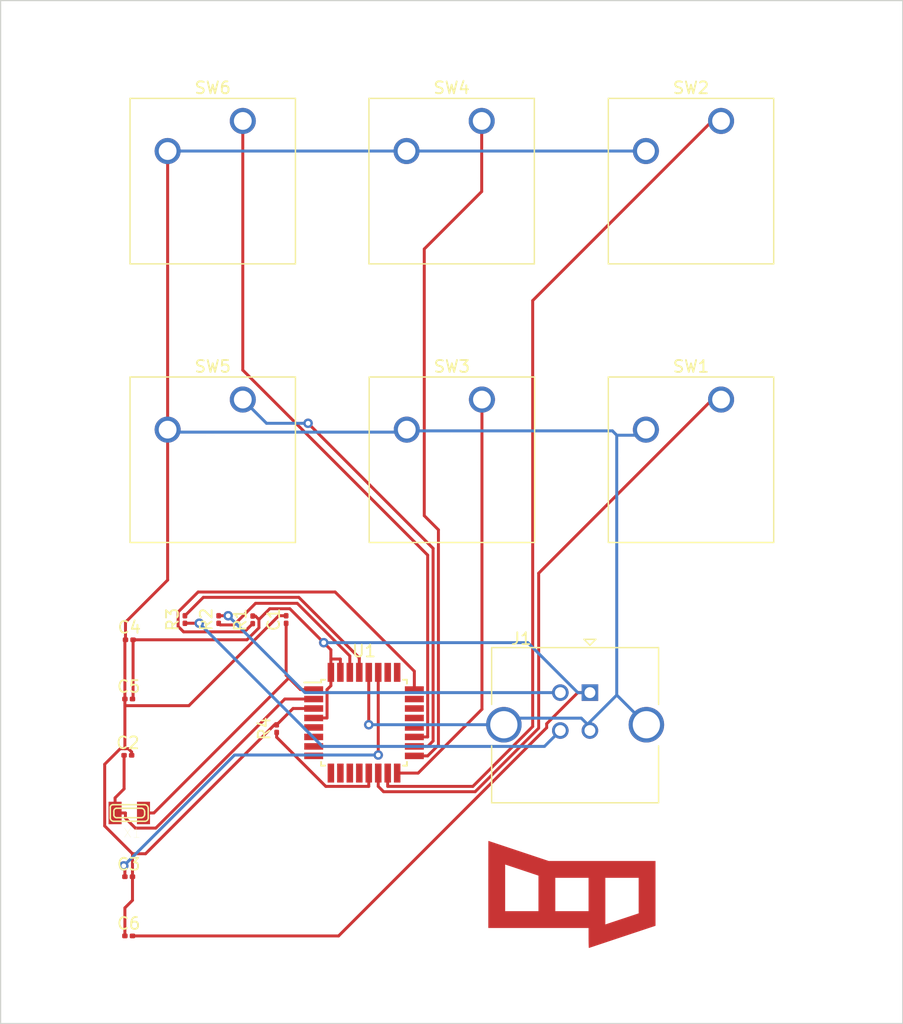
<source format=kicad_pcb>
(kicad_pcb (version 20171130) (host pcbnew 5.1.6)

  (general
    (thickness 1.6)
    (drawings 1)
    (tracks 166)
    (zones 0)
    (modules 20)
    (nets 32)
  )

  (page A4)
  (layers
    (0 F.Cu signal)
    (31 B.Cu signal)
    (32 B.Adhes user)
    (33 F.Adhes user)
    (34 B.Paste user)
    (35 F.Paste user)
    (36 B.SilkS user)
    (37 F.SilkS user)
    (38 B.Mask user)
    (39 F.Mask user)
    (40 Dwgs.User user)
    (41 Cmts.User user)
    (42 Eco1.User user)
    (43 Eco2.User user)
    (44 Edge.Cuts user)
    (45 Margin user)
    (46 B.CrtYd user)
    (47 F.CrtYd user)
    (48 B.Fab user)
    (49 F.Fab user)
  )

  (setup
    (last_trace_width 0.25)
    (trace_clearance 0.2)
    (zone_clearance 0.508)
    (zone_45_only no)
    (trace_min 0.2)
    (via_size 0.8)
    (via_drill 0.4)
    (via_min_size 0.4)
    (via_min_drill 0.3)
    (uvia_size 0.3)
    (uvia_drill 0.1)
    (uvias_allowed no)
    (uvia_min_size 0.2)
    (uvia_min_drill 0.1)
    (edge_width 0.05)
    (segment_width 0.2)
    (pcb_text_width 0.3)
    (pcb_text_size 1.5 1.5)
    (mod_edge_width 0.12)
    (mod_text_size 1 1)
    (mod_text_width 0.15)
    (pad_size 1.524 1.524)
    (pad_drill 0.762)
    (pad_to_mask_clearance 0.051)
    (solder_mask_min_width 0.25)
    (aux_axis_origin 0 0)
    (visible_elements FFFFFF7F)
    (pcbplotparams
      (layerselection 0x010fc_ffffffff)
      (usegerberextensions false)
      (usegerberattributes false)
      (usegerberadvancedattributes false)
      (creategerberjobfile false)
      (excludeedgelayer true)
      (linewidth 0.100000)
      (plotframeref false)
      (viasonmask false)
      (mode 1)
      (useauxorigin false)
      (hpglpennumber 1)
      (hpglpenspeed 20)
      (hpglpendiameter 15.000000)
      (psnegative false)
      (psa4output false)
      (plotreference true)
      (plotvalue true)
      (plotinvisibletext false)
      (padsonsilk false)
      (subtractmaskfromsilk false)
      (outputformat 1)
      (mirror false)
      (drillshape 1)
      (scaleselection 1)
      (outputdirectory ""))
  )

  (net 0 "")
  (net 1 "Net-(C1-Pad1)")
  (net 2 GND)
  (net 3 "Net-(C2-Pad1)")
  (net 4 "Net-(C3-Pad1)")
  (net 5 VCC)
  (net 6 "Net-(J1-Pad3)")
  (net 7 "Net-(J1-Pad2)")
  (net 8 "Net-(R1-Pad1)")
  (net 9 "Net-(R2-Pad1)")
  (net 10 "Net-(R3-Pad2)")
  (net 11 "Net-(R4-Pad1)")
  (net 12 "Net-(SW2-Pad1)")
  (net 13 "Net-(SW3-Pad1)")
  (net 14 "Net-(SW4-Pad1)")
  (net 15 "Net-(SW5-Pad1)")
  (net 16 "Net-(SW6-Pad1)")
  (net 17 "Net-(SW7-Pad1)")
  (net 18 "Net-(U1-Pad5)")
  (net 19 "Net-(U1-Pad6)")
  (net 20 "Net-(U1-Pad7)")
  (net 21 "Net-(U1-Pad8)")
  (net 22 "Net-(U1-Pad9)")
  (net 23 "Net-(U1-Pad10)")
  (net 24 "Net-(U1-Pad11)")
  (net 25 "Net-(U1-Pad12)")
  (net 26 "Net-(U1-Pad20)")
  (net 27 "Net-(U1-Pad21)")
  (net 28 "Net-(U1-Pad22)")
  (net 29 "Net-(U1-Pad23)")
  (net 30 "Net-(U1-Pad25)")
  (net 31 "Net-(U1-Pad26)")

  (net_class Default "This is the default net class."
    (clearance 0.2)
    (trace_width 0.25)
    (via_dia 0.8)
    (via_drill 0.4)
    (uvia_dia 0.3)
    (uvia_drill 0.1)
    (add_net GND)
    (add_net "Net-(C1-Pad1)")
    (add_net "Net-(C2-Pad1)")
    (add_net "Net-(C3-Pad1)")
    (add_net "Net-(J1-Pad2)")
    (add_net "Net-(J1-Pad3)")
    (add_net "Net-(R1-Pad1)")
    (add_net "Net-(R2-Pad1)")
    (add_net "Net-(R3-Pad2)")
    (add_net "Net-(R4-Pad1)")
    (add_net "Net-(SW2-Pad1)")
    (add_net "Net-(SW3-Pad1)")
    (add_net "Net-(SW4-Pad1)")
    (add_net "Net-(SW5-Pad1)")
    (add_net "Net-(SW6-Pad1)")
    (add_net "Net-(SW7-Pad1)")
    (add_net "Net-(U1-Pad10)")
    (add_net "Net-(U1-Pad11)")
    (add_net "Net-(U1-Pad12)")
    (add_net "Net-(U1-Pad20)")
    (add_net "Net-(U1-Pad21)")
    (add_net "Net-(U1-Pad22)")
    (add_net "Net-(U1-Pad23)")
    (add_net "Net-(U1-Pad25)")
    (add_net "Net-(U1-Pad26)")
    (add_net "Net-(U1-Pad5)")
    (add_net "Net-(U1-Pad6)")
    (add_net "Net-(U1-Pad7)")
    (add_net "Net-(U1-Pad8)")
    (add_net "Net-(U1-Pad9)")
    (add_net VCC)
  )

  (module logo:logo (layer F.Cu) (tedit 5EFF70F9) (tstamp 5EB9CFEA)
    (at 149.86 141.5)
    (fp_text reference G*** (at 0 0) (layer F.SilkS) hide
      (effects (font (size 1.524 1.524) (thickness 0.3)))
    )
    (fp_text value LOGO (at 0.75 0) (layer F.SilkS) hide
      (effects (font (size 1.524 1.524) (thickness 0.3)))
    )
    (fp_poly (pts (xy -7.021113 -4.506829) (xy -6.944052 -4.481469) (xy -6.820835 -4.440704) (xy -6.655157 -4.385761)
      (xy -6.450711 -4.317868) (xy -6.211191 -4.238253) (xy -5.940292 -4.148145) (xy -5.641707 -4.048771)
      (xy -5.31913 -3.94136) (xy -4.976255 -3.827139) (xy -4.616777 -3.707336) (xy -4.501444 -3.668889)
      (xy -1.961797 -2.822222) (xy 7.055556 -2.822222) (xy 7.055556 2.638993) (xy 4.268611 3.567293)
      (xy 3.886351 3.694631) (xy 3.51892 3.817053) (xy 3.169889 3.933366) (xy 2.842834 4.042379)
      (xy 2.541327 4.1429) (xy 2.268942 4.233737) (xy 2.029252 4.313698) (xy 1.82583 4.381592)
      (xy 1.662251 4.436226) (xy 1.542088 4.476408) (xy 1.468913 4.500947) (xy 1.446389 4.508594)
      (xy 1.435981 4.501122) (xy 1.4277 4.467001) (xy 1.421345 4.401435) (xy 1.416712 4.299624)
      (xy 1.413601 4.156772) (xy 1.411808 3.96808) (xy 1.41113 3.728751) (xy 1.411111 3.671908)
      (xy 1.411111 2.822222) (xy -7.055555 2.822222) (xy -7.055555 1.411111) (xy -5.644444 1.411111)
      (xy -2.822222 1.411111) (xy -2.822222 -1.411111) (xy -1.411111 -1.411111) (xy -1.411111 1.411111)
      (xy 1.411111 1.411111) (xy 1.411111 -1.411111) (xy 2.822222 -1.411111) (xy 2.822222 2.535228)
      (xy 4.233333 2.065067) (xy 5.644445 1.594907) (xy 5.644445 -1.411111) (xy 2.822222 -1.411111)
      (xy 1.411111 -1.411111) (xy -1.411111 -1.411111) (xy -2.822222 -1.411111) (xy -2.822222 -1.594906)
      (xy -5.644444 -2.535228) (xy -5.644444 1.411111) (xy -7.055555 1.411111) (xy -7.055555 -0.846667)
      (xy -7.055501 -1.296805) (xy -7.055342 -1.731085) (xy -7.055084 -2.146195) (xy -7.054735 -2.53882)
      (xy -7.054301 -2.905646) (xy -7.053788 -3.24336) (xy -7.053203 -3.548647) (xy -7.052553 -3.818193)
      (xy -7.051843 -4.048685) (xy -7.051081 -4.236809) (xy -7.050273 -4.379251) (xy -7.049426 -4.472697)
      (xy -7.048546 -4.513833) (xy -7.048324 -4.515555) (xy -7.021113 -4.506829)) (layer F.Cu) (width 0.01))
  )

  (module Capacitor_SMD:C_0201_0603Metric (layer F.Cu) (tedit 5B301BBE) (tstamp 5EB9A9C0)
    (at 125.72 118.29 90)
    (descr "Capacitor SMD 0201 (0603 Metric), square (rectangular) end terminal, IPC_7351 nominal, (Body size source: https://www.vishay.com/docs/20052/crcw0201e3.pdf), generated with kicad-footprint-generator")
    (tags capacitor)
    (path /5EBA0247)
    (attr smd)
    (fp_text reference C1 (at 0 -1.05 90) (layer F.SilkS)
      (effects (font (size 1 1) (thickness 0.15)))
    )
    (fp_text value C (at 0 1.05 90) (layer F.Fab)
      (effects (font (size 1 1) (thickness 0.15)))
    )
    (fp_line (start 0.7 0.35) (end -0.7 0.35) (layer F.CrtYd) (width 0.05))
    (fp_line (start 0.7 -0.35) (end 0.7 0.35) (layer F.CrtYd) (width 0.05))
    (fp_line (start -0.7 -0.35) (end 0.7 -0.35) (layer F.CrtYd) (width 0.05))
    (fp_line (start -0.7 0.35) (end -0.7 -0.35) (layer F.CrtYd) (width 0.05))
    (fp_line (start 0.3 0.15) (end -0.3 0.15) (layer F.Fab) (width 0.1))
    (fp_line (start 0.3 -0.15) (end 0.3 0.15) (layer F.Fab) (width 0.1))
    (fp_line (start -0.3 -0.15) (end 0.3 -0.15) (layer F.Fab) (width 0.1))
    (fp_line (start -0.3 0.15) (end -0.3 -0.15) (layer F.Fab) (width 0.1))
    (fp_text user %R (at 0 -0.68 90) (layer F.Fab)
      (effects (font (size 0.25 0.25) (thickness 0.04)))
    )
    (pad "" smd roundrect (at -0.345 0 90) (size 0.318 0.36) (layers F.Paste) (roundrect_rratio 0.25))
    (pad "" smd roundrect (at 0.345 0 90) (size 0.318 0.36) (layers F.Paste) (roundrect_rratio 0.25))
    (pad 1 smd roundrect (at -0.32 0 90) (size 0.46 0.4) (layers F.Cu F.Mask) (roundrect_rratio 0.25)
      (net 1 "Net-(C1-Pad1)"))
    (pad 2 smd roundrect (at 0.32 0 90) (size 0.46 0.4) (layers F.Cu F.Mask) (roundrect_rratio 0.25)
      (net 2 GND))
    (model ${KISYS3DMOD}/Capacitor_SMD.3dshapes/C_0201_0603Metric.wrl
      (at (xyz 0 0 0))
      (scale (xyz 1 1 1))
      (rotate (xyz 0 0 0))
    )
  )

  (module Capacitor_SMD:C_0201_0603Metric (layer F.Cu) (tedit 5B301BBE) (tstamp 5EB9AB52)
    (at 112.35 129.75)
    (descr "Capacitor SMD 0201 (0603 Metric), square (rectangular) end terminal, IPC_7351 nominal, (Body size source: https://www.vishay.com/docs/20052/crcw0201e3.pdf), generated with kicad-footprint-generator")
    (tags capacitor)
    (path /5EBA8BF4)
    (attr smd)
    (fp_text reference C2 (at 0 -1.05) (layer F.SilkS)
      (effects (font (size 1 1) (thickness 0.15)))
    )
    (fp_text value C (at 0 1.05) (layer F.Fab)
      (effects (font (size 1 1) (thickness 0.15)))
    )
    (fp_line (start -0.3 0.15) (end -0.3 -0.15) (layer F.Fab) (width 0.1))
    (fp_line (start -0.3 -0.15) (end 0.3 -0.15) (layer F.Fab) (width 0.1))
    (fp_line (start 0.3 -0.15) (end 0.3 0.15) (layer F.Fab) (width 0.1))
    (fp_line (start 0.3 0.15) (end -0.3 0.15) (layer F.Fab) (width 0.1))
    (fp_line (start -0.7 0.35) (end -0.7 -0.35) (layer F.CrtYd) (width 0.05))
    (fp_line (start -0.7 -0.35) (end 0.7 -0.35) (layer F.CrtYd) (width 0.05))
    (fp_line (start 0.7 -0.35) (end 0.7 0.35) (layer F.CrtYd) (width 0.05))
    (fp_line (start 0.7 0.35) (end -0.7 0.35) (layer F.CrtYd) (width 0.05))
    (fp_text user %R (at 0 -0.68) (layer F.Fab)
      (effects (font (size 0.25 0.25) (thickness 0.04)))
    )
    (pad 2 smd roundrect (at 0.32 0) (size 0.46 0.4) (layers F.Cu F.Mask) (roundrect_rratio 0.25)
      (net 2 GND))
    (pad 1 smd roundrect (at -0.32 0) (size 0.46 0.4) (layers F.Cu F.Mask) (roundrect_rratio 0.25)
      (net 3 "Net-(C2-Pad1)"))
    (pad "" smd roundrect (at 0.345 0) (size 0.318 0.36) (layers F.Paste) (roundrect_rratio 0.25))
    (pad "" smd roundrect (at -0.345 0) (size 0.318 0.36) (layers F.Paste) (roundrect_rratio 0.25))
    (model ${KISYS3DMOD}/Capacitor_SMD.3dshapes/C_0201_0603Metric.wrl
      (at (xyz 0 0 0))
      (scale (xyz 1 1 1))
      (rotate (xyz 0 0 0))
    )
  )

  (module Capacitor_SMD:C_0201_0603Metric (layer F.Cu) (tedit 5B301BBE) (tstamp 5EB9AC73)
    (at 112.42 140)
    (descr "Capacitor SMD 0201 (0603 Metric), square (rectangular) end terminal, IPC_7351 nominal, (Body size source: https://www.vishay.com/docs/20052/crcw0201e3.pdf), generated with kicad-footprint-generator")
    (tags capacitor)
    (path /5EBEE404)
    (attr smd)
    (fp_text reference C3 (at 0 -1.05) (layer F.SilkS)
      (effects (font (size 1 1) (thickness 0.15)))
    )
    (fp_text value C (at 0 1.05) (layer F.Fab)
      (effects (font (size 1 1) (thickness 0.15)))
    )
    (fp_line (start 0.7 0.35) (end -0.7 0.35) (layer F.CrtYd) (width 0.05))
    (fp_line (start 0.7 -0.35) (end 0.7 0.35) (layer F.CrtYd) (width 0.05))
    (fp_line (start -0.7 -0.35) (end 0.7 -0.35) (layer F.CrtYd) (width 0.05))
    (fp_line (start -0.7 0.35) (end -0.7 -0.35) (layer F.CrtYd) (width 0.05))
    (fp_line (start 0.3 0.15) (end -0.3 0.15) (layer F.Fab) (width 0.1))
    (fp_line (start 0.3 -0.15) (end 0.3 0.15) (layer F.Fab) (width 0.1))
    (fp_line (start -0.3 -0.15) (end 0.3 -0.15) (layer F.Fab) (width 0.1))
    (fp_line (start -0.3 0.15) (end -0.3 -0.15) (layer F.Fab) (width 0.1))
    (fp_text user %R (at 0 -0.68) (layer F.Fab)
      (effects (font (size 0.25 0.25) (thickness 0.04)))
    )
    (pad "" smd roundrect (at -0.345 0) (size 0.318 0.36) (layers F.Paste) (roundrect_rratio 0.25))
    (pad "" smd roundrect (at 0.345 0) (size 0.318 0.36) (layers F.Paste) (roundrect_rratio 0.25))
    (pad 1 smd roundrect (at -0.32 0) (size 0.46 0.4) (layers F.Cu F.Mask) (roundrect_rratio 0.25)
      (net 4 "Net-(C3-Pad1)"))
    (pad 2 smd roundrect (at 0.32 0) (size 0.46 0.4) (layers F.Cu F.Mask) (roundrect_rratio 0.25)
      (net 2 GND))
    (model ${KISYS3DMOD}/Capacitor_SMD.3dshapes/C_0201_0603Metric.wrl
      (at (xyz 0 0 0))
      (scale (xyz 1 1 1))
      (rotate (xyz 0 0 0))
    )
  )

  (module Capacitor_SMD:C_0201_0603Metric (layer F.Cu) (tedit 5B301BBE) (tstamp 5EB9A897)
    (at 112.47 120)
    (descr "Capacitor SMD 0201 (0603 Metric), square (rectangular) end terminal, IPC_7351 nominal, (Body size source: https://www.vishay.com/docs/20052/crcw0201e3.pdf), generated with kicad-footprint-generator")
    (tags capacitor)
    (path /5EBFD6C2)
    (attr smd)
    (fp_text reference C4 (at 0 -1.05) (layer F.SilkS)
      (effects (font (size 1 1) (thickness 0.15)))
    )
    (fp_text value C (at 0 1.05) (layer F.Fab)
      (effects (font (size 1 1) (thickness 0.15)))
    )
    (fp_line (start -0.3 0.15) (end -0.3 -0.15) (layer F.Fab) (width 0.1))
    (fp_line (start -0.3 -0.15) (end 0.3 -0.15) (layer F.Fab) (width 0.1))
    (fp_line (start 0.3 -0.15) (end 0.3 0.15) (layer F.Fab) (width 0.1))
    (fp_line (start 0.3 0.15) (end -0.3 0.15) (layer F.Fab) (width 0.1))
    (fp_line (start -0.7 0.35) (end -0.7 -0.35) (layer F.CrtYd) (width 0.05))
    (fp_line (start -0.7 -0.35) (end 0.7 -0.35) (layer F.CrtYd) (width 0.05))
    (fp_line (start 0.7 -0.35) (end 0.7 0.35) (layer F.CrtYd) (width 0.05))
    (fp_line (start 0.7 0.35) (end -0.7 0.35) (layer F.CrtYd) (width 0.05))
    (fp_text user %R (at 0 -0.68) (layer F.Fab)
      (effects (font (size 0.25 0.25) (thickness 0.04)))
    )
    (pad 2 smd roundrect (at 0.32 0) (size 0.46 0.4) (layers F.Cu F.Mask) (roundrect_rratio 0.25)
      (net 5 VCC))
    (pad 1 smd roundrect (at -0.32 0) (size 0.46 0.4) (layers F.Cu F.Mask) (roundrect_rratio 0.25)
      (net 2 GND))
    (pad "" smd roundrect (at 0.345 0) (size 0.318 0.36) (layers F.Paste) (roundrect_rratio 0.25))
    (pad "" smd roundrect (at -0.345 0) (size 0.318 0.36) (layers F.Paste) (roundrect_rratio 0.25))
    (model ${KISYS3DMOD}/Capacitor_SMD.3dshapes/C_0201_0603Metric.wrl
      (at (xyz 0 0 0))
      (scale (xyz 1 1 1))
      (rotate (xyz 0 0 0))
    )
  )

  (module Capacitor_SMD:C_0201_0603Metric (layer F.Cu) (tedit 5B301BBE) (tstamp 5EB9AA20)
    (at 112.42 125)
    (descr "Capacitor SMD 0201 (0603 Metric), square (rectangular) end terminal, IPC_7351 nominal, (Body size source: https://www.vishay.com/docs/20052/crcw0201e3.pdf), generated with kicad-footprint-generator")
    (tags capacitor)
    (path /5EC005D9)
    (attr smd)
    (fp_text reference C5 (at 0 -1.05) (layer F.SilkS)
      (effects (font (size 1 1) (thickness 0.15)))
    )
    (fp_text value C (at 0 1.05) (layer F.Fab)
      (effects (font (size 1 1) (thickness 0.15)))
    )
    (fp_line (start 0.7 0.35) (end -0.7 0.35) (layer F.CrtYd) (width 0.05))
    (fp_line (start 0.7 -0.35) (end 0.7 0.35) (layer F.CrtYd) (width 0.05))
    (fp_line (start -0.7 -0.35) (end 0.7 -0.35) (layer F.CrtYd) (width 0.05))
    (fp_line (start -0.7 0.35) (end -0.7 -0.35) (layer F.CrtYd) (width 0.05))
    (fp_line (start 0.3 0.15) (end -0.3 0.15) (layer F.Fab) (width 0.1))
    (fp_line (start 0.3 -0.15) (end 0.3 0.15) (layer F.Fab) (width 0.1))
    (fp_line (start -0.3 -0.15) (end 0.3 -0.15) (layer F.Fab) (width 0.1))
    (fp_line (start -0.3 0.15) (end -0.3 -0.15) (layer F.Fab) (width 0.1))
    (fp_text user %R (at 0 -0.68) (layer F.Fab)
      (effects (font (size 0.25 0.25) (thickness 0.04)))
    )
    (pad "" smd roundrect (at -0.345 0) (size 0.318 0.36) (layers F.Paste) (roundrect_rratio 0.25))
    (pad "" smd roundrect (at 0.345 0) (size 0.318 0.36) (layers F.Paste) (roundrect_rratio 0.25))
    (pad 1 smd roundrect (at -0.32 0) (size 0.46 0.4) (layers F.Cu F.Mask) (roundrect_rratio 0.25)
      (net 2 GND))
    (pad 2 smd roundrect (at 0.32 0) (size 0.46 0.4) (layers F.Cu F.Mask) (roundrect_rratio 0.25)
      (net 5 VCC))
    (model ${KISYS3DMOD}/Capacitor_SMD.3dshapes/C_0201_0603Metric.wrl
      (at (xyz 0 0 0))
      (scale (xyz 1 1 1))
      (rotate (xyz 0 0 0))
    )
  )

  (module Capacitor_SMD:C_0201_0603Metric (layer F.Cu) (tedit 5B301BBE) (tstamp 5EB9A837)
    (at 112.42 145)
    (descr "Capacitor SMD 0201 (0603 Metric), square (rectangular) end terminal, IPC_7351 nominal, (Body size source: https://www.vishay.com/docs/20052/crcw0201e3.pdf), generated with kicad-footprint-generator")
    (tags capacitor)
    (path /5EC0071F)
    (attr smd)
    (fp_text reference C6 (at 0 -1.05) (layer F.SilkS)
      (effects (font (size 1 1) (thickness 0.15)))
    )
    (fp_text value C (at 0 1.05) (layer F.Fab)
      (effects (font (size 1 1) (thickness 0.15)))
    )
    (fp_line (start -0.3 0.15) (end -0.3 -0.15) (layer F.Fab) (width 0.1))
    (fp_line (start -0.3 -0.15) (end 0.3 -0.15) (layer F.Fab) (width 0.1))
    (fp_line (start 0.3 -0.15) (end 0.3 0.15) (layer F.Fab) (width 0.1))
    (fp_line (start 0.3 0.15) (end -0.3 0.15) (layer F.Fab) (width 0.1))
    (fp_line (start -0.7 0.35) (end -0.7 -0.35) (layer F.CrtYd) (width 0.05))
    (fp_line (start -0.7 -0.35) (end 0.7 -0.35) (layer F.CrtYd) (width 0.05))
    (fp_line (start 0.7 -0.35) (end 0.7 0.35) (layer F.CrtYd) (width 0.05))
    (fp_line (start 0.7 0.35) (end -0.7 0.35) (layer F.CrtYd) (width 0.05))
    (fp_text user %R (at 0 -0.68) (layer F.Fab)
      (effects (font (size 0.25 0.25) (thickness 0.04)))
    )
    (pad 2 smd roundrect (at 0.32 0) (size 0.46 0.4) (layers F.Cu F.Mask) (roundrect_rratio 0.25)
      (net 5 VCC))
    (pad 1 smd roundrect (at -0.32 0) (size 0.46 0.4) (layers F.Cu F.Mask) (roundrect_rratio 0.25)
      (net 2 GND))
    (pad "" smd roundrect (at 0.345 0) (size 0.318 0.36) (layers F.Paste) (roundrect_rratio 0.25))
    (pad "" smd roundrect (at -0.345 0) (size 0.318 0.36) (layers F.Paste) (roundrect_rratio 0.25))
    (model ${KISYS3DMOD}/Capacitor_SMD.3dshapes/C_0201_0603Metric.wrl
      (at (xyz 0 0 0))
      (scale (xyz 1 1 1))
      (rotate (xyz 0 0 0))
    )
  )

  (module Connector_USB:USB_B_TE_5787834_Vertical (layer F.Cu) (tedit 5A23F084) (tstamp 5EB9D653)
    (at 151.38 124.46)
    (descr http://www.mouser.com/ds/2/418/NG_CD_5787834_A4-669110.pdf)
    (tags "USB_B USB B vertical female connector")
    (path /5EB83798)
    (fp_text reference J1 (at -5.8 -4.55) (layer F.SilkS)
      (effects (font (size 1 1) (thickness 0.15)))
    )
    (fp_text value USB_B (at -1.25 10.25) (layer F.Fab)
      (effects (font (size 1 1) (thickness 0.15)))
    )
    (fp_line (start 6.5 9.5) (end -9 9.5) (layer F.CrtYd) (width 0.05))
    (fp_line (start 6.5 9.5) (end 6.5 -4) (layer F.CrtYd) (width 0.05))
    (fp_line (start -9 -4) (end -9 9.5) (layer F.CrtYd) (width 0.05))
    (fp_line (start -9 -4) (end 6.5 -4) (layer F.CrtYd) (width 0.05))
    (fp_line (start -8.25 9.25) (end -8.25 -3.75) (layer F.Fab) (width 0.1))
    (fp_line (start 5.75 9.25) (end -8.25 9.25) (layer F.Fab) (width 0.1))
    (fp_line (start 5.75 -3) (end 5.75 9.25) (layer F.Fab) (width 0.1))
    (fp_line (start -8.25 -3.75) (end 5 -3.75) (layer F.Fab) (width 0.1))
    (fp_line (start 5 -3.75) (end 5.75 -3) (layer F.Fab) (width 0.1))
    (fp_line (start 0 -4) (end 0.5 -4.5) (layer F.SilkS) (width 0.12))
    (fp_line (start 0.5 -4.5) (end -0.5 -4.5) (layer F.SilkS) (width 0.12))
    (fp_line (start -0.5 -4.5) (end 0 -4) (layer F.SilkS) (width 0.12))
    (fp_line (start -8.3 -3.8) (end 5.8 -3.8) (layer F.SilkS) (width 0.12))
    (fp_line (start 5.8 -3.8) (end 5.8 1) (layer F.SilkS) (width 0.12))
    (fp_line (start 5.8 4.5) (end 5.8 9.3) (layer F.SilkS) (width 0.12))
    (fp_line (start 5.8 9.3) (end -8.3 9.3) (layer F.SilkS) (width 0.12))
    (fp_line (start -8.3 9.3) (end -8.3 4.5) (layer F.SilkS) (width 0.12))
    (fp_line (start -8.3 1) (end -8.3 -3.8) (layer F.SilkS) (width 0.12))
    (fp_text user %R (at -1.2 6.4) (layer F.Fab)
      (effects (font (size 1 1) (thickness 0.15)))
    )
    (pad 5 thru_hole circle (at 4.77 2.71) (size 3 3) (drill 2.3) (layers *.Cu *.Mask)
      (net 2 GND))
    (pad 4 thru_hole circle (at 0 3.2) (size 1.4 1.4) (drill 0.92) (layers *.Cu *.Mask)
      (net 2 GND))
    (pad 3 thru_hole circle (at -2.5 3.2) (size 1.4 1.4) (drill 0.92) (layers *.Cu *.Mask)
      (net 6 "Net-(J1-Pad3)"))
    (pad 1 thru_hole rect (at 0 0) (size 1.4 1.4) (drill 0.92) (layers *.Cu *.Mask)
      (net 5 VCC))
    (pad 5 thru_hole circle (at -7.27 2.71) (size 3 3) (drill 2.3) (layers *.Cu *.Mask)
      (net 2 GND))
    (pad 2 thru_hole circle (at -2.5 0) (size 1.4 1.4) (drill 0.92) (layers *.Cu *.Mask)
      (net 7 "Net-(J1-Pad2)"))
    (model ${KISYS3DMOD}/Connector_USB.3dshapes/USB_B_TE_5787834_Vertical.wrl
      (at (xyz 0 0 0))
      (scale (xyz 1 1 1))
      (rotate (xyz 0 0 0))
    )
  )

  (module Resistor_SMD:R_0201_0603Metric (layer F.Cu) (tedit 5B301BBD) (tstamp 5EB98F70)
    (at 122.895 118.315 90)
    (descr "Resistor SMD 0201 (0603 Metric), square (rectangular) end terminal, IPC_7351 nominal, (Body size source: https://www.vishay.com/docs/20052/crcw0201e3.pdf), generated with kicad-footprint-generator")
    (tags resistor)
    (path /5EBDAFCC)
    (attr smd)
    (fp_text reference R1 (at 0 -1.05 90) (layer F.SilkS)
      (effects (font (size 1 1) (thickness 0.15)))
    )
    (fp_text value R (at 0 1.05 90) (layer F.Fab)
      (effects (font (size 1 1) (thickness 0.15)))
    )
    (fp_line (start -0.3 0.15) (end -0.3 -0.15) (layer F.Fab) (width 0.1))
    (fp_line (start -0.3 -0.15) (end 0.3 -0.15) (layer F.Fab) (width 0.1))
    (fp_line (start 0.3 -0.15) (end 0.3 0.15) (layer F.Fab) (width 0.1))
    (fp_line (start 0.3 0.15) (end -0.3 0.15) (layer F.Fab) (width 0.1))
    (fp_line (start -0.7 0.35) (end -0.7 -0.35) (layer F.CrtYd) (width 0.05))
    (fp_line (start -0.7 -0.35) (end 0.7 -0.35) (layer F.CrtYd) (width 0.05))
    (fp_line (start 0.7 -0.35) (end 0.7 0.35) (layer F.CrtYd) (width 0.05))
    (fp_line (start 0.7 0.35) (end -0.7 0.35) (layer F.CrtYd) (width 0.05))
    (fp_text user %R (at 0 -0.68 90) (layer F.Fab)
      (effects (font (size 0.25 0.25) (thickness 0.04)))
    )
    (pad 2 smd roundrect (at 0.32 0 90) (size 0.46 0.4) (layers F.Cu F.Mask) (roundrect_rratio 0.25)
      (net 5 VCC))
    (pad 1 smd roundrect (at -0.32 0 90) (size 0.46 0.4) (layers F.Cu F.Mask) (roundrect_rratio 0.25)
      (net 8 "Net-(R1-Pad1)"))
    (pad "" smd roundrect (at 0.345 0 90) (size 0.318 0.36) (layers F.Paste) (roundrect_rratio 0.25))
    (pad "" smd roundrect (at -0.345 0 90) (size 0.318 0.36) (layers F.Paste) (roundrect_rratio 0.25))
    (model ${KISYS3DMOD}/Resistor_SMD.3dshapes/R_0201_0603Metric.wrl
      (at (xyz 0 0 0))
      (scale (xyz 1 1 1))
      (rotate (xyz 0 0 0))
    )
  )

  (module Resistor_SMD:R_0201_0603Metric (layer F.Cu) (tedit 5B301BBD) (tstamp 5EB9A0D7)
    (at 120.02 118.29 90)
    (descr "Resistor SMD 0201 (0603 Metric), square (rectangular) end terminal, IPC_7351 nominal, (Body size source: https://www.vishay.com/docs/20052/crcw0201e3.pdf), generated with kicad-footprint-generator")
    (tags resistor)
    (path /5EBCD1A8)
    (attr smd)
    (fp_text reference R2 (at 0 -1.05 90) (layer F.SilkS)
      (effects (font (size 1 1) (thickness 0.15)))
    )
    (fp_text value R (at 0 1.05 90) (layer F.Fab)
      (effects (font (size 1 1) (thickness 0.15)))
    )
    (fp_line (start 0.7 0.35) (end -0.7 0.35) (layer F.CrtYd) (width 0.05))
    (fp_line (start 0.7 -0.35) (end 0.7 0.35) (layer F.CrtYd) (width 0.05))
    (fp_line (start -0.7 -0.35) (end 0.7 -0.35) (layer F.CrtYd) (width 0.05))
    (fp_line (start -0.7 0.35) (end -0.7 -0.35) (layer F.CrtYd) (width 0.05))
    (fp_line (start 0.3 0.15) (end -0.3 0.15) (layer F.Fab) (width 0.1))
    (fp_line (start 0.3 -0.15) (end 0.3 0.15) (layer F.Fab) (width 0.1))
    (fp_line (start -0.3 -0.15) (end 0.3 -0.15) (layer F.Fab) (width 0.1))
    (fp_line (start -0.3 0.15) (end -0.3 -0.15) (layer F.Fab) (width 0.1))
    (fp_text user %R (at 0 -0.68 90) (layer F.Fab)
      (effects (font (size 0.25 0.25) (thickness 0.04)))
    )
    (pad "" smd roundrect (at -0.345 0 90) (size 0.318 0.36) (layers F.Paste) (roundrect_rratio 0.25))
    (pad "" smd roundrect (at 0.345 0 90) (size 0.318 0.36) (layers F.Paste) (roundrect_rratio 0.25))
    (pad 1 smd roundrect (at -0.32 0 90) (size 0.46 0.4) (layers F.Cu F.Mask) (roundrect_rratio 0.25)
      (net 9 "Net-(R2-Pad1)"))
    (pad 2 smd roundrect (at 0.32 0 90) (size 0.46 0.4) (layers F.Cu F.Mask) (roundrect_rratio 0.25)
      (net 7 "Net-(J1-Pad2)"))
    (model ${KISYS3DMOD}/Resistor_SMD.3dshapes/R_0201_0603Metric.wrl
      (at (xyz 0 0 0))
      (scale (xyz 1 1 1))
      (rotate (xyz 0 0 0))
    )
  )

  (module Resistor_SMD:R_0201_0603Metric (layer F.Cu) (tedit 5B301BBD) (tstamp 5EB99E3E)
    (at 117.17 118.29 90)
    (descr "Resistor SMD 0201 (0603 Metric), square (rectangular) end terminal, IPC_7351 nominal, (Body size source: https://www.vishay.com/docs/20052/crcw0201e3.pdf), generated with kicad-footprint-generator")
    (tags resistor)
    (path /5EBC9B8C)
    (attr smd)
    (fp_text reference R3 (at 0 -1.05 90) (layer F.SilkS)
      (effects (font (size 1 1) (thickness 0.15)))
    )
    (fp_text value R (at 0 1.05 90) (layer F.Fab)
      (effects (font (size 1 1) (thickness 0.15)))
    )
    (fp_line (start -0.3 0.15) (end -0.3 -0.15) (layer F.Fab) (width 0.1))
    (fp_line (start -0.3 -0.15) (end 0.3 -0.15) (layer F.Fab) (width 0.1))
    (fp_line (start 0.3 -0.15) (end 0.3 0.15) (layer F.Fab) (width 0.1))
    (fp_line (start 0.3 0.15) (end -0.3 0.15) (layer F.Fab) (width 0.1))
    (fp_line (start -0.7 0.35) (end -0.7 -0.35) (layer F.CrtYd) (width 0.05))
    (fp_line (start -0.7 -0.35) (end 0.7 -0.35) (layer F.CrtYd) (width 0.05))
    (fp_line (start 0.7 -0.35) (end 0.7 0.35) (layer F.CrtYd) (width 0.05))
    (fp_line (start 0.7 0.35) (end -0.7 0.35) (layer F.CrtYd) (width 0.05))
    (fp_text user %R (at 0 -0.68 90) (layer F.Fab)
      (effects (font (size 0.25 0.25) (thickness 0.04)))
    )
    (pad 2 smd roundrect (at 0.32 0 90) (size 0.46 0.4) (layers F.Cu F.Mask) (roundrect_rratio 0.25)
      (net 10 "Net-(R3-Pad2)"))
    (pad 1 smd roundrect (at -0.32 0 90) (size 0.46 0.4) (layers F.Cu F.Mask) (roundrect_rratio 0.25)
      (net 6 "Net-(J1-Pad3)"))
    (pad "" smd roundrect (at 0.345 0 90) (size 0.318 0.36) (layers F.Paste) (roundrect_rratio 0.25))
    (pad "" smd roundrect (at -0.345 0 90) (size 0.318 0.36) (layers F.Paste) (roundrect_rratio 0.25))
    (model ${KISYS3DMOD}/Resistor_SMD.3dshapes/R_0201_0603Metric.wrl
      (at (xyz 0 0 0))
      (scale (xyz 1 1 1))
      (rotate (xyz 0 0 0))
    )
  )

  (module Resistor_SMD:R_0201_0603Metric (layer F.Cu) (tedit 5B301BBD) (tstamp 5EB9A768)
    (at 124.92 127.5 90)
    (descr "Resistor SMD 0201 (0603 Metric), square (rectangular) end terminal, IPC_7351 nominal, (Body size source: https://www.vishay.com/docs/20052/crcw0201e3.pdf), generated with kicad-footprint-generator")
    (tags resistor)
    (path /5EC0FD91)
    (attr smd)
    (fp_text reference R4 (at 0 -1.05 90) (layer F.SilkS)
      (effects (font (size 1 1) (thickness 0.15)))
    )
    (fp_text value R (at 0 1.05 90) (layer F.Fab)
      (effects (font (size 1 1) (thickness 0.15)))
    )
    (fp_line (start 0.7 0.35) (end -0.7 0.35) (layer F.CrtYd) (width 0.05))
    (fp_line (start 0.7 -0.35) (end 0.7 0.35) (layer F.CrtYd) (width 0.05))
    (fp_line (start -0.7 -0.35) (end 0.7 -0.35) (layer F.CrtYd) (width 0.05))
    (fp_line (start -0.7 0.35) (end -0.7 -0.35) (layer F.CrtYd) (width 0.05))
    (fp_line (start 0.3 0.15) (end -0.3 0.15) (layer F.Fab) (width 0.1))
    (fp_line (start 0.3 -0.15) (end 0.3 0.15) (layer F.Fab) (width 0.1))
    (fp_line (start -0.3 -0.15) (end 0.3 -0.15) (layer F.Fab) (width 0.1))
    (fp_line (start -0.3 0.15) (end -0.3 -0.15) (layer F.Fab) (width 0.1))
    (fp_text user %R (at 0 -0.68 90) (layer F.Fab)
      (effects (font (size 0.25 0.25) (thickness 0.04)))
    )
    (pad "" smd roundrect (at -0.345 0 90) (size 0.318 0.36) (layers F.Paste) (roundrect_rratio 0.25))
    (pad "" smd roundrect (at 0.345 0 90) (size 0.318 0.36) (layers F.Paste) (roundrect_rratio 0.25))
    (pad 1 smd roundrect (at -0.32 0 90) (size 0.46 0.4) (layers F.Cu F.Mask) (roundrect_rratio 0.25)
      (net 11 "Net-(R4-Pad1)"))
    (pad 2 smd roundrect (at 0.32 0 90) (size 0.46 0.4) (layers F.Cu F.Mask) (roundrect_rratio 0.25)
      (net 2 GND))
    (model ${KISYS3DMOD}/Resistor_SMD.3dshapes/R_0201_0603Metric.wrl
      (at (xyz 0 0 0))
      (scale (xyz 1 1 1))
      (rotate (xyz 0 0 0))
    )
  )

  (module Button_Switch_Keyboard:SW_Cherry_MX_1.00u_PCB (layer F.Cu) (tedit 5A02FE24) (tstamp 5EB98FD7)
    (at 162.46 99.72)
    (descr "Cherry MX keyswitch, 1.00u, PCB mount, http://cherryamericas.com/wp-content/uploads/2014/12/mx_cat.pdf")
    (tags "Cherry MX keyswitch 1.00u PCB")
    (path /5EB85ED2)
    (fp_text reference SW1 (at -2.54 -2.794) (layer F.SilkS)
      (effects (font (size 1 1) (thickness 0.15)))
    )
    (fp_text value SW_SPST (at -2.54 12.954) (layer F.Fab)
      (effects (font (size 1 1) (thickness 0.15)))
    )
    (fp_line (start -8.89 -1.27) (end 3.81 -1.27) (layer F.Fab) (width 0.1))
    (fp_line (start 3.81 -1.27) (end 3.81 11.43) (layer F.Fab) (width 0.1))
    (fp_line (start 3.81 11.43) (end -8.89 11.43) (layer F.Fab) (width 0.1))
    (fp_line (start -8.89 11.43) (end -8.89 -1.27) (layer F.Fab) (width 0.1))
    (fp_line (start -9.14 11.68) (end -9.14 -1.52) (layer F.CrtYd) (width 0.05))
    (fp_line (start 4.06 11.68) (end -9.14 11.68) (layer F.CrtYd) (width 0.05))
    (fp_line (start 4.06 -1.52) (end 4.06 11.68) (layer F.CrtYd) (width 0.05))
    (fp_line (start -9.14 -1.52) (end 4.06 -1.52) (layer F.CrtYd) (width 0.05))
    (fp_line (start -12.065 -4.445) (end 6.985 -4.445) (layer Dwgs.User) (width 0.15))
    (fp_line (start 6.985 -4.445) (end 6.985 14.605) (layer Dwgs.User) (width 0.15))
    (fp_line (start 6.985 14.605) (end -12.065 14.605) (layer Dwgs.User) (width 0.15))
    (fp_line (start -12.065 14.605) (end -12.065 -4.445) (layer Dwgs.User) (width 0.15))
    (fp_line (start -9.525 -1.905) (end 4.445 -1.905) (layer F.SilkS) (width 0.12))
    (fp_line (start 4.445 -1.905) (end 4.445 12.065) (layer F.SilkS) (width 0.12))
    (fp_line (start 4.445 12.065) (end -9.525 12.065) (layer F.SilkS) (width 0.12))
    (fp_line (start -9.525 12.065) (end -9.525 -1.905) (layer F.SilkS) (width 0.12))
    (fp_text user %R (at -2.54 -2.794) (layer F.Fab)
      (effects (font (size 1 1) (thickness 0.15)))
    )
    (pad "" np_thru_hole circle (at 2.54 5.08) (size 1.7 1.7) (drill 1.7) (layers *.Cu *.Mask))
    (pad "" np_thru_hole circle (at -7.62 5.08) (size 1.7 1.7) (drill 1.7) (layers *.Cu *.Mask))
    (pad "" np_thru_hole circle (at -2.54 5.08) (size 4 4) (drill 4) (layers *.Cu *.Mask))
    (pad 2 thru_hole circle (at -6.35 2.54) (size 2.2 2.2) (drill 1.5) (layers *.Cu *.Mask)
      (net 2 GND))
    (pad 1 thru_hole circle (at 0 0) (size 2.2 2.2) (drill 1.5) (layers *.Cu *.Mask)
      (net 12 "Net-(SW2-Pad1)"))
    (model ${KISYS3DMOD}/Button_Switch_Keyboard.3dshapes/SW_Cherry_MX_1.00u_PCB.wrl
      (at (xyz 0 0 0))
      (scale (xyz 1 1 1))
      (rotate (xyz 0 0 0))
    )
  )

  (module Button_Switch_Keyboard:SW_Cherry_MX_1.00u_PCB (layer F.Cu) (tedit 5A02FE24) (tstamp 5EB98FF1)
    (at 162.46 76.2)
    (descr "Cherry MX keyswitch, 1.00u, PCB mount, http://cherryamericas.com/wp-content/uploads/2014/12/mx_cat.pdf")
    (tags "Cherry MX keyswitch 1.00u PCB")
    (path /5EB88D8F)
    (fp_text reference SW2 (at -2.54 -2.794) (layer F.SilkS)
      (effects (font (size 1 1) (thickness 0.15)))
    )
    (fp_text value SW_SPST (at -2.54 12.954) (layer F.Fab)
      (effects (font (size 1 1) (thickness 0.15)))
    )
    (fp_line (start -9.525 12.065) (end -9.525 -1.905) (layer F.SilkS) (width 0.12))
    (fp_line (start 4.445 12.065) (end -9.525 12.065) (layer F.SilkS) (width 0.12))
    (fp_line (start 4.445 -1.905) (end 4.445 12.065) (layer F.SilkS) (width 0.12))
    (fp_line (start -9.525 -1.905) (end 4.445 -1.905) (layer F.SilkS) (width 0.12))
    (fp_line (start -12.065 14.605) (end -12.065 -4.445) (layer Dwgs.User) (width 0.15))
    (fp_line (start 6.985 14.605) (end -12.065 14.605) (layer Dwgs.User) (width 0.15))
    (fp_line (start 6.985 -4.445) (end 6.985 14.605) (layer Dwgs.User) (width 0.15))
    (fp_line (start -12.065 -4.445) (end 6.985 -4.445) (layer Dwgs.User) (width 0.15))
    (fp_line (start -9.14 -1.52) (end 4.06 -1.52) (layer F.CrtYd) (width 0.05))
    (fp_line (start 4.06 -1.52) (end 4.06 11.68) (layer F.CrtYd) (width 0.05))
    (fp_line (start 4.06 11.68) (end -9.14 11.68) (layer F.CrtYd) (width 0.05))
    (fp_line (start -9.14 11.68) (end -9.14 -1.52) (layer F.CrtYd) (width 0.05))
    (fp_line (start -8.89 11.43) (end -8.89 -1.27) (layer F.Fab) (width 0.1))
    (fp_line (start 3.81 11.43) (end -8.89 11.43) (layer F.Fab) (width 0.1))
    (fp_line (start 3.81 -1.27) (end 3.81 11.43) (layer F.Fab) (width 0.1))
    (fp_line (start -8.89 -1.27) (end 3.81 -1.27) (layer F.Fab) (width 0.1))
    (fp_text user %R (at -2.54 -2.794) (layer F.Fab)
      (effects (font (size 1 1) (thickness 0.15)))
    )
    (pad 1 thru_hole circle (at 0 0) (size 2.2 2.2) (drill 1.5) (layers *.Cu *.Mask)
      (net 13 "Net-(SW3-Pad1)"))
    (pad 2 thru_hole circle (at -6.35 2.54) (size 2.2 2.2) (drill 1.5) (layers *.Cu *.Mask)
      (net 2 GND))
    (pad "" np_thru_hole circle (at -2.54 5.08) (size 4 4) (drill 4) (layers *.Cu *.Mask))
    (pad "" np_thru_hole circle (at -7.62 5.08) (size 1.7 1.7) (drill 1.7) (layers *.Cu *.Mask))
    (pad "" np_thru_hole circle (at 2.54 5.08) (size 1.7 1.7) (drill 1.7) (layers *.Cu *.Mask))
    (model ${KISYS3DMOD}/Button_Switch_Keyboard.3dshapes/SW_Cherry_MX_1.00u_PCB.wrl
      (at (xyz 0 0 0))
      (scale (xyz 1 1 1))
      (rotate (xyz 0 0 0))
    )
  )

  (module Button_Switch_Keyboard:SW_Cherry_MX_1.00u_PCB (layer F.Cu) (tedit 5A02FE24) (tstamp 5EB9A97E)
    (at 142.26 99.72)
    (descr "Cherry MX keyswitch, 1.00u, PCB mount, http://cherryamericas.com/wp-content/uploads/2014/12/mx_cat.pdf")
    (tags "Cherry MX keyswitch 1.00u PCB")
    (path /5EB88E5F)
    (fp_text reference SW3 (at -2.54 -2.794) (layer F.SilkS)
      (effects (font (size 1 1) (thickness 0.15)))
    )
    (fp_text value SW_SPST (at -2.54 12.954) (layer F.Fab)
      (effects (font (size 1 1) (thickness 0.15)))
    )
    (fp_line (start -8.89 -1.27) (end 3.81 -1.27) (layer F.Fab) (width 0.1))
    (fp_line (start 3.81 -1.27) (end 3.81 11.43) (layer F.Fab) (width 0.1))
    (fp_line (start 3.81 11.43) (end -8.89 11.43) (layer F.Fab) (width 0.1))
    (fp_line (start -8.89 11.43) (end -8.89 -1.27) (layer F.Fab) (width 0.1))
    (fp_line (start -9.14 11.68) (end -9.14 -1.52) (layer F.CrtYd) (width 0.05))
    (fp_line (start 4.06 11.68) (end -9.14 11.68) (layer F.CrtYd) (width 0.05))
    (fp_line (start 4.06 -1.52) (end 4.06 11.68) (layer F.CrtYd) (width 0.05))
    (fp_line (start -9.14 -1.52) (end 4.06 -1.52) (layer F.CrtYd) (width 0.05))
    (fp_line (start -12.065 -4.445) (end 6.985 -4.445) (layer Dwgs.User) (width 0.15))
    (fp_line (start 6.985 -4.445) (end 6.985 14.605) (layer Dwgs.User) (width 0.15))
    (fp_line (start 6.985 14.605) (end -12.065 14.605) (layer Dwgs.User) (width 0.15))
    (fp_line (start -12.065 14.605) (end -12.065 -4.445) (layer Dwgs.User) (width 0.15))
    (fp_line (start -9.525 -1.905) (end 4.445 -1.905) (layer F.SilkS) (width 0.12))
    (fp_line (start 4.445 -1.905) (end 4.445 12.065) (layer F.SilkS) (width 0.12))
    (fp_line (start 4.445 12.065) (end -9.525 12.065) (layer F.SilkS) (width 0.12))
    (fp_line (start -9.525 12.065) (end -9.525 -1.905) (layer F.SilkS) (width 0.12))
    (fp_text user %R (at -2.54 -2.794) (layer F.Fab)
      (effects (font (size 1 1) (thickness 0.15)))
    )
    (pad "" np_thru_hole circle (at 2.54 5.08) (size 1.7 1.7) (drill 1.7) (layers *.Cu *.Mask))
    (pad "" np_thru_hole circle (at -7.62 5.08) (size 1.7 1.7) (drill 1.7) (layers *.Cu *.Mask))
    (pad "" np_thru_hole circle (at -2.54 5.08) (size 4 4) (drill 4) (layers *.Cu *.Mask))
    (pad 2 thru_hole circle (at -6.35 2.54) (size 2.2 2.2) (drill 1.5) (layers *.Cu *.Mask)
      (net 2 GND))
    (pad 1 thru_hole circle (at 0 0) (size 2.2 2.2) (drill 1.5) (layers *.Cu *.Mask)
      (net 14 "Net-(SW4-Pad1)"))
    (model ${KISYS3DMOD}/Button_Switch_Keyboard.3dshapes/SW_Cherry_MX_1.00u_PCB.wrl
      (at (xyz 0 0 0))
      (scale (xyz 1 1 1))
      (rotate (xyz 0 0 0))
    )
  )

  (module Button_Switch_Keyboard:SW_Cherry_MX_1.00u_PCB (layer F.Cu) (tedit 5A02FE24) (tstamp 5EB99025)
    (at 142.24 76.2)
    (descr "Cherry MX keyswitch, 1.00u, PCB mount, http://cherryamericas.com/wp-content/uploads/2014/12/mx_cat.pdf")
    (tags "Cherry MX keyswitch 1.00u PCB")
    (path /5EB88F3F)
    (fp_text reference SW4 (at -2.54 -2.794) (layer F.SilkS)
      (effects (font (size 1 1) (thickness 0.15)))
    )
    (fp_text value SW_SPST (at -2.54 12.954) (layer F.Fab)
      (effects (font (size 1 1) (thickness 0.15)))
    )
    (fp_line (start -9.525 12.065) (end -9.525 -1.905) (layer F.SilkS) (width 0.12))
    (fp_line (start 4.445 12.065) (end -9.525 12.065) (layer F.SilkS) (width 0.12))
    (fp_line (start 4.445 -1.905) (end 4.445 12.065) (layer F.SilkS) (width 0.12))
    (fp_line (start -9.525 -1.905) (end 4.445 -1.905) (layer F.SilkS) (width 0.12))
    (fp_line (start -12.065 14.605) (end -12.065 -4.445) (layer Dwgs.User) (width 0.15))
    (fp_line (start 6.985 14.605) (end -12.065 14.605) (layer Dwgs.User) (width 0.15))
    (fp_line (start 6.985 -4.445) (end 6.985 14.605) (layer Dwgs.User) (width 0.15))
    (fp_line (start -12.065 -4.445) (end 6.985 -4.445) (layer Dwgs.User) (width 0.15))
    (fp_line (start -9.14 -1.52) (end 4.06 -1.52) (layer F.CrtYd) (width 0.05))
    (fp_line (start 4.06 -1.52) (end 4.06 11.68) (layer F.CrtYd) (width 0.05))
    (fp_line (start 4.06 11.68) (end -9.14 11.68) (layer F.CrtYd) (width 0.05))
    (fp_line (start -9.14 11.68) (end -9.14 -1.52) (layer F.CrtYd) (width 0.05))
    (fp_line (start -8.89 11.43) (end -8.89 -1.27) (layer F.Fab) (width 0.1))
    (fp_line (start 3.81 11.43) (end -8.89 11.43) (layer F.Fab) (width 0.1))
    (fp_line (start 3.81 -1.27) (end 3.81 11.43) (layer F.Fab) (width 0.1))
    (fp_line (start -8.89 -1.27) (end 3.81 -1.27) (layer F.Fab) (width 0.1))
    (fp_text user %R (at -2.54 -2.794) (layer F.Fab)
      (effects (font (size 1 1) (thickness 0.15)))
    )
    (pad 1 thru_hole circle (at 0 0) (size 2.2 2.2) (drill 1.5) (layers *.Cu *.Mask)
      (net 15 "Net-(SW5-Pad1)"))
    (pad 2 thru_hole circle (at -6.35 2.54) (size 2.2 2.2) (drill 1.5) (layers *.Cu *.Mask)
      (net 2 GND))
    (pad "" np_thru_hole circle (at -2.54 5.08) (size 4 4) (drill 4) (layers *.Cu *.Mask))
    (pad "" np_thru_hole circle (at -7.62 5.08) (size 1.7 1.7) (drill 1.7) (layers *.Cu *.Mask))
    (pad "" np_thru_hole circle (at 2.54 5.08) (size 1.7 1.7) (drill 1.7) (layers *.Cu *.Mask))
    (model ${KISYS3DMOD}/Button_Switch_Keyboard.3dshapes/SW_Cherry_MX_1.00u_PCB.wrl
      (at (xyz 0 0 0))
      (scale (xyz 1 1 1))
      (rotate (xyz 0 0 0))
    )
  )

  (module Button_Switch_Keyboard:SW_Cherry_MX_1.00u_PCB (layer F.Cu) (tedit 5A02FE24) (tstamp 5EB9A933)
    (at 122.06 99.72)
    (descr "Cherry MX keyswitch, 1.00u, PCB mount, http://cherryamericas.com/wp-content/uploads/2014/12/mx_cat.pdf")
    (tags "Cherry MX keyswitch 1.00u PCB")
    (path /5EB8902F)
    (fp_text reference SW5 (at -2.54 -2.794) (layer F.SilkS)
      (effects (font (size 1 1) (thickness 0.15)))
    )
    (fp_text value SW_SPST (at -2.54 12.954) (layer F.Fab)
      (effects (font (size 1 1) (thickness 0.15)))
    )
    (fp_line (start -8.89 -1.27) (end 3.81 -1.27) (layer F.Fab) (width 0.1))
    (fp_line (start 3.81 -1.27) (end 3.81 11.43) (layer F.Fab) (width 0.1))
    (fp_line (start 3.81 11.43) (end -8.89 11.43) (layer F.Fab) (width 0.1))
    (fp_line (start -8.89 11.43) (end -8.89 -1.27) (layer F.Fab) (width 0.1))
    (fp_line (start -9.14 11.68) (end -9.14 -1.52) (layer F.CrtYd) (width 0.05))
    (fp_line (start 4.06 11.68) (end -9.14 11.68) (layer F.CrtYd) (width 0.05))
    (fp_line (start 4.06 -1.52) (end 4.06 11.68) (layer F.CrtYd) (width 0.05))
    (fp_line (start -9.14 -1.52) (end 4.06 -1.52) (layer F.CrtYd) (width 0.05))
    (fp_line (start -12.065 -4.445) (end 6.985 -4.445) (layer Dwgs.User) (width 0.15))
    (fp_line (start 6.985 -4.445) (end 6.985 14.605) (layer Dwgs.User) (width 0.15))
    (fp_line (start 6.985 14.605) (end -12.065 14.605) (layer Dwgs.User) (width 0.15))
    (fp_line (start -12.065 14.605) (end -12.065 -4.445) (layer Dwgs.User) (width 0.15))
    (fp_line (start -9.525 -1.905) (end 4.445 -1.905) (layer F.SilkS) (width 0.12))
    (fp_line (start 4.445 -1.905) (end 4.445 12.065) (layer F.SilkS) (width 0.12))
    (fp_line (start 4.445 12.065) (end -9.525 12.065) (layer F.SilkS) (width 0.12))
    (fp_line (start -9.525 12.065) (end -9.525 -1.905) (layer F.SilkS) (width 0.12))
    (fp_text user %R (at -2.54 -2.794) (layer F.Fab)
      (effects (font (size 1 1) (thickness 0.15)))
    )
    (pad "" np_thru_hole circle (at 2.54 5.08) (size 1.7 1.7) (drill 1.7) (layers *.Cu *.Mask))
    (pad "" np_thru_hole circle (at -7.62 5.08) (size 1.7 1.7) (drill 1.7) (layers *.Cu *.Mask))
    (pad "" np_thru_hole circle (at -2.54 5.08) (size 4 4) (drill 4) (layers *.Cu *.Mask))
    (pad 2 thru_hole circle (at -6.35 2.54) (size 2.2 2.2) (drill 1.5) (layers *.Cu *.Mask)
      (net 2 GND))
    (pad 1 thru_hole circle (at 0 0) (size 2.2 2.2) (drill 1.5) (layers *.Cu *.Mask)
      (net 16 "Net-(SW6-Pad1)"))
    (model ${KISYS3DMOD}/Button_Switch_Keyboard.3dshapes/SW_Cherry_MX_1.00u_PCB.wrl
      (at (xyz 0 0 0))
      (scale (xyz 1 1 1))
      (rotate (xyz 0 0 0))
    )
  )

  (module Button_Switch_Keyboard:SW_Cherry_MX_1.00u_PCB (layer F.Cu) (tedit 5A02FE24) (tstamp 5EB99059)
    (at 122.06 76.2)
    (descr "Cherry MX keyswitch, 1.00u, PCB mount, http://cherryamericas.com/wp-content/uploads/2014/12/mx_cat.pdf")
    (tags "Cherry MX keyswitch 1.00u PCB")
    (path /5EB8917B)
    (fp_text reference SW6 (at -2.54 -2.794) (layer F.SilkS)
      (effects (font (size 1 1) (thickness 0.15)))
    )
    (fp_text value SW_SPST (at -2.54 12.954) (layer F.Fab)
      (effects (font (size 1 1) (thickness 0.15)))
    )
    (fp_line (start -9.525 12.065) (end -9.525 -1.905) (layer F.SilkS) (width 0.12))
    (fp_line (start 4.445 12.065) (end -9.525 12.065) (layer F.SilkS) (width 0.12))
    (fp_line (start 4.445 -1.905) (end 4.445 12.065) (layer F.SilkS) (width 0.12))
    (fp_line (start -9.525 -1.905) (end 4.445 -1.905) (layer F.SilkS) (width 0.12))
    (fp_line (start -12.065 14.605) (end -12.065 -4.445) (layer Dwgs.User) (width 0.15))
    (fp_line (start 6.985 14.605) (end -12.065 14.605) (layer Dwgs.User) (width 0.15))
    (fp_line (start 6.985 -4.445) (end 6.985 14.605) (layer Dwgs.User) (width 0.15))
    (fp_line (start -12.065 -4.445) (end 6.985 -4.445) (layer Dwgs.User) (width 0.15))
    (fp_line (start -9.14 -1.52) (end 4.06 -1.52) (layer F.CrtYd) (width 0.05))
    (fp_line (start 4.06 -1.52) (end 4.06 11.68) (layer F.CrtYd) (width 0.05))
    (fp_line (start 4.06 11.68) (end -9.14 11.68) (layer F.CrtYd) (width 0.05))
    (fp_line (start -9.14 11.68) (end -9.14 -1.52) (layer F.CrtYd) (width 0.05))
    (fp_line (start -8.89 11.43) (end -8.89 -1.27) (layer F.Fab) (width 0.1))
    (fp_line (start 3.81 11.43) (end -8.89 11.43) (layer F.Fab) (width 0.1))
    (fp_line (start 3.81 -1.27) (end 3.81 11.43) (layer F.Fab) (width 0.1))
    (fp_line (start -8.89 -1.27) (end 3.81 -1.27) (layer F.Fab) (width 0.1))
    (fp_text user %R (at -2.54 -2.794) (layer F.Fab)
      (effects (font (size 1 1) (thickness 0.15)))
    )
    (pad 1 thru_hole circle (at 0 0) (size 2.2 2.2) (drill 1.5) (layers *.Cu *.Mask)
      (net 17 "Net-(SW7-Pad1)"))
    (pad 2 thru_hole circle (at -6.35 2.54) (size 2.2 2.2) (drill 1.5) (layers *.Cu *.Mask)
      (net 2 GND))
    (pad "" np_thru_hole circle (at -2.54 5.08) (size 4 4) (drill 4) (layers *.Cu *.Mask))
    (pad "" np_thru_hole circle (at -7.62 5.08) (size 1.7 1.7) (drill 1.7) (layers *.Cu *.Mask))
    (pad "" np_thru_hole circle (at 2.54 5.08) (size 1.7 1.7) (drill 1.7) (layers *.Cu *.Mask))
    (model ${KISYS3DMOD}/Button_Switch_Keyboard.3dshapes/SW_Cherry_MX_1.00u_PCB.wrl
      (at (xyz 0 0 0))
      (scale (xyz 1 1 1))
      (rotate (xyz 0 0 0))
    )
  )

  (module Package_QFP:TQFP-32_7x7mm_P0.8mm (layer F.Cu) (tedit 5A02F146) (tstamp 5EB99C8F)
    (at 132.3 127)
    (descr "32-Lead Plastic Thin Quad Flatpack (PT) - 7x7x1.0 mm Body, 2.00 mm [TQFP] (see Microchip Packaging Specification 00000049BS.pdf)")
    (tags "QFP 0.8")
    (path /5EB834EF)
    (attr smd)
    (fp_text reference U1 (at 0 -6.05) (layer F.SilkS)
      (effects (font (size 1 1) (thickness 0.15)))
    )
    (fp_text value ATmega32U2-AU (at 0 6.05) (layer F.Fab)
      (effects (font (size 1 1) (thickness 0.15)))
    )
    (fp_line (start -3.625 -3.4) (end -5.05 -3.4) (layer F.SilkS) (width 0.15))
    (fp_line (start 3.625 -3.625) (end 3.3 -3.625) (layer F.SilkS) (width 0.15))
    (fp_line (start 3.625 3.625) (end 3.3 3.625) (layer F.SilkS) (width 0.15))
    (fp_line (start -3.625 3.625) (end -3.3 3.625) (layer F.SilkS) (width 0.15))
    (fp_line (start -3.625 -3.625) (end -3.3 -3.625) (layer F.SilkS) (width 0.15))
    (fp_line (start -3.625 3.625) (end -3.625 3.3) (layer F.SilkS) (width 0.15))
    (fp_line (start 3.625 3.625) (end 3.625 3.3) (layer F.SilkS) (width 0.15))
    (fp_line (start 3.625 -3.625) (end 3.625 -3.3) (layer F.SilkS) (width 0.15))
    (fp_line (start -3.625 -3.625) (end -3.625 -3.4) (layer F.SilkS) (width 0.15))
    (fp_line (start -5.3 5.3) (end 5.3 5.3) (layer F.CrtYd) (width 0.05))
    (fp_line (start -5.3 -5.3) (end 5.3 -5.3) (layer F.CrtYd) (width 0.05))
    (fp_line (start 5.3 -5.3) (end 5.3 5.3) (layer F.CrtYd) (width 0.05))
    (fp_line (start -5.3 -5.3) (end -5.3 5.3) (layer F.CrtYd) (width 0.05))
    (fp_line (start -3.5 -2.5) (end -2.5 -3.5) (layer F.Fab) (width 0.15))
    (fp_line (start -3.5 3.5) (end -3.5 -2.5) (layer F.Fab) (width 0.15))
    (fp_line (start 3.5 3.5) (end -3.5 3.5) (layer F.Fab) (width 0.15))
    (fp_line (start 3.5 -3.5) (end 3.5 3.5) (layer F.Fab) (width 0.15))
    (fp_line (start -2.5 -3.5) (end 3.5 -3.5) (layer F.Fab) (width 0.15))
    (fp_text user %R (at 0 0) (layer F.Fab)
      (effects (font (size 1 1) (thickness 0.15)))
    )
    (pad 1 smd rect (at -4.25 -2.8) (size 1.6 0.55) (layers F.Cu F.Paste F.Mask)
      (net 1 "Net-(C1-Pad1)"))
    (pad 2 smd rect (at -4.25 -2) (size 1.6 0.55) (layers F.Cu F.Paste F.Mask)
      (net 3 "Net-(C2-Pad1)"))
    (pad 3 smd rect (at -4.25 -1.2) (size 1.6 0.55) (layers F.Cu F.Paste F.Mask)
      (net 2 GND))
    (pad 4 smd rect (at -4.25 -0.4) (size 1.6 0.55) (layers F.Cu F.Paste F.Mask)
      (net 5 VCC))
    (pad 5 smd rect (at -4.25 0.4) (size 1.6 0.55) (layers F.Cu F.Paste F.Mask)
      (net 18 "Net-(U1-Pad5)"))
    (pad 6 smd rect (at -4.25 1.2) (size 1.6 0.55) (layers F.Cu F.Paste F.Mask)
      (net 19 "Net-(U1-Pad6)"))
    (pad 7 smd rect (at -4.25 2) (size 1.6 0.55) (layers F.Cu F.Paste F.Mask)
      (net 20 "Net-(U1-Pad7)"))
    (pad 8 smd rect (at -4.25 2.8) (size 1.6 0.55) (layers F.Cu F.Paste F.Mask)
      (net 21 "Net-(U1-Pad8)"))
    (pad 9 smd rect (at -2.8 4.25 90) (size 1.6 0.55) (layers F.Cu F.Paste F.Mask)
      (net 22 "Net-(U1-Pad9)"))
    (pad 10 smd rect (at -2 4.25 90) (size 1.6 0.55) (layers F.Cu F.Paste F.Mask)
      (net 23 "Net-(U1-Pad10)"))
    (pad 11 smd rect (at -1.2 4.25 90) (size 1.6 0.55) (layers F.Cu F.Paste F.Mask)
      (net 24 "Net-(U1-Pad11)"))
    (pad 12 smd rect (at -0.4 4.25 90) (size 1.6 0.55) (layers F.Cu F.Paste F.Mask)
      (net 25 "Net-(U1-Pad12)"))
    (pad 13 smd rect (at 0.4 4.25 90) (size 1.6 0.55) (layers F.Cu F.Paste F.Mask)
      (net 11 "Net-(R4-Pad1)"))
    (pad 14 smd rect (at 1.2 4.25 90) (size 1.6 0.55) (layers F.Cu F.Paste F.Mask)
      (net 12 "Net-(SW2-Pad1)"))
    (pad 15 smd rect (at 2 4.25 90) (size 1.6 0.55) (layers F.Cu F.Paste F.Mask)
      (net 13 "Net-(SW3-Pad1)"))
    (pad 16 smd rect (at 2.8 4.25 90) (size 1.6 0.55) (layers F.Cu F.Paste F.Mask)
      (net 14 "Net-(SW4-Pad1)"))
    (pad 17 smd rect (at 4.25 2.8) (size 1.6 0.55) (layers F.Cu F.Paste F.Mask)
      (net 15 "Net-(SW5-Pad1)"))
    (pad 18 smd rect (at 4.25 2) (size 1.6 0.55) (layers F.Cu F.Paste F.Mask)
      (net 16 "Net-(SW6-Pad1)"))
    (pad 19 smd rect (at 4.25 1.2) (size 1.6 0.55) (layers F.Cu F.Paste F.Mask)
      (net 17 "Net-(SW7-Pad1)"))
    (pad 20 smd rect (at 4.25 0.4) (size 1.6 0.55) (layers F.Cu F.Paste F.Mask)
      (net 26 "Net-(U1-Pad20)"))
    (pad 21 smd rect (at 4.25 -0.4) (size 1.6 0.55) (layers F.Cu F.Paste F.Mask)
      (net 27 "Net-(U1-Pad21)"))
    (pad 22 smd rect (at 4.25 -1.2) (size 1.6 0.55) (layers F.Cu F.Paste F.Mask)
      (net 28 "Net-(U1-Pad22)"))
    (pad 23 smd rect (at 4.25 -2) (size 1.6 0.55) (layers F.Cu F.Paste F.Mask)
      (net 29 "Net-(U1-Pad23)"))
    (pad 24 smd rect (at 4.25 -2.8) (size 1.6 0.55) (layers F.Cu F.Paste F.Mask)
      (net 8 "Net-(R1-Pad1)"))
    (pad 25 smd rect (at 2.8 -4.25 90) (size 1.6 0.55) (layers F.Cu F.Paste F.Mask)
      (net 30 "Net-(U1-Pad25)"))
    (pad 26 smd rect (at 2 -4.25 90) (size 1.6 0.55) (layers F.Cu F.Paste F.Mask)
      (net 31 "Net-(U1-Pad26)"))
    (pad 27 smd rect (at 1.2 -4.25 90) (size 1.6 0.55) (layers F.Cu F.Paste F.Mask)
      (net 4 "Net-(C3-Pad1)"))
    (pad 28 smd rect (at 0.4 -4.25 90) (size 1.6 0.55) (layers F.Cu F.Paste F.Mask)
      (net 2 GND))
    (pad 29 smd rect (at -0.4 -4.25 90) (size 1.6 0.55) (layers F.Cu F.Paste F.Mask)
      (net 10 "Net-(R3-Pad2)"))
    (pad 30 smd rect (at -1.2 -4.25 90) (size 1.6 0.55) (layers F.Cu F.Paste F.Mask)
      (net 9 "Net-(R2-Pad1)"))
    (pad 31 smd rect (at -2 -4.25 90) (size 1.6 0.55) (layers F.Cu F.Paste F.Mask)
      (net 5 VCC))
    (pad 32 smd rect (at -2.8 -4.25 90) (size 1.6 0.55) (layers F.Cu F.Paste F.Mask)
      (net 5 VCC))
    (model ${KISYS3DMOD}/Package_QFP.3dshapes/TQFP-32_7x7mm_P0.8mm.wrl
      (at (xyz 0 0 0))
      (scale (xyz 1 1 1))
      (rotate (xyz 0 0 0))
    )
  )

  (module xtal:XTAL3215 (layer F.Cu) (tedit 5EB1B044) (tstamp 5EB9A79D)
    (at 112.47 134.62)
    (path /5EBA8FFC)
    (fp_text reference X1 (at 0.24 1.692) (layer F.SilkS)
      (effects (font (size 0.8 0.8) (thickness 0.015)))
    )
    (fp_text value XTAL (at 1.464 -1.708) (layer F.Fab)
      (effects (font (size 0.8 0.8) (thickness 0.015)))
    )
    (fp_line (start -1.3 0.2) (end -1.3 -0.1) (layer F.SilkS) (width 0.127))
    (fp_line (start 1 0.4) (end -1 0.4) (layer F.SilkS) (width 0.127))
    (fp_line (start 1.3 -0.1) (end 1.3 0.1) (layer F.SilkS) (width 0.127))
    (fp_line (start -1.1 -0.4) (end 1 -0.4) (layer F.SilkS) (width 0.127))
    (fp_line (start 1.6 -0.3838) (end 1.6 0.4172) (layer F.SilkS) (width 0.127))
    (fp_line (start -1.3764 -0.7) (end 1.2838 -0.7) (layer F.SilkS) (width 0.127))
    (fp_line (start -1.6 0.4172) (end -1.6 -0.4764) (layer F.SilkS) (width 0.127))
    (fp_line (start 1.3172 0.7) (end -1.3172 0.7) (layer F.SilkS) (width 0.127))
    (fp_arc (start 1.3172 0.4172) (end 1.3172 0.7) (angle -90) (layer F.SilkS) (width 0.127))
    (fp_arc (start -1.3172 0.4172) (end -1.6 0.4172) (angle -90) (layer F.SilkS) (width 0.127))
    (fp_arc (start -1.3764 -0.4764) (end -1.3764 -0.7) (angle -90) (layer F.SilkS) (width 0.127))
    (fp_arc (start 1.2838 -0.3838) (end 1.6 -0.3838) (angle -90) (layer F.SilkS) (width 0.127))
    (fp_arc (start 0.9999 -0.0999) (end 1.3 -0.1) (angle -89.9618) (layer F.SilkS) (width 0.127))
    (fp_arc (start 1 0.1) (end 1 0.4) (angle -90) (layer F.SilkS) (width 0.127))
    (fp_arc (start -1.05 0.15) (end -1.3 0.2) (angle -90) (layer F.SilkS) (width 0.127))
    (fp_arc (start -1.0501 -0.150067) (end -1.1 -0.4) (angle -90.0382) (layer F.SilkS) (width 0.127))
    (pad P$1 smd rect (at 1.2 0) (size 1.1 1.9) (layers F.Cu F.Paste F.Mask)
      (net 1 "Net-(C1-Pad1)"))
    (pad P$2 smd rect (at -1.2 0) (size 1.1 1.9) (layers F.Cu F.Paste F.Mask)
      (net 3 "Net-(C2-Pad1)"))
  )

  (gr_poly (pts (xy 177.8 152.4) (xy 101.6 152.4) (xy 101.6 66.04) (xy 177.8 66.04)) (layer Edge.Cuts) (width 0.1))

  (segment (start 125.945 123.2203) (end 126.9247 124.2) (width 0.25) (layer F.Cu) (net 1))
  (segment (start 125.72 118.61) (end 125.72 122.9953) (width 0.25) (layer F.Cu) (net 1))
  (segment (start 125.72 122.9953) (end 125.945 123.2203) (width 0.25) (layer F.Cu) (net 1))
  (segment (start 114.5453 134.62) (end 125.945 123.2203) (width 0.25) (layer F.Cu) (net 1))
  (segment (start 113.67 134.62) (end 114.5453 134.62) (width 0.25) (layer F.Cu) (net 1))
  (segment (start 128.05 124.2) (end 126.9247 124.2) (width 0.25) (layer F.Cu) (net 1))
  (segment (start 112.1 125.5617) (end 112.1 129.1935) (width 0.25) (layer F.Cu) (net 2))
  (segment (start 112.1 125) (end 112.1 125.5617) (width 0.25) (layer F.Cu) (net 2))
  (segment (start 112.1 125.5617) (end 117.506 125.5617) (width 0.25) (layer F.Cu) (net 2))
  (segment (start 117.506 125.5617) (end 125.0977 117.97) (width 0.25) (layer F.Cu) (net 2))
  (segment (start 125.0977 117.97) (end 125.72 117.97) (width 0.25) (layer F.Cu) (net 2))
  (segment (start 112.1 129.1935) (end 112.3918 129.1935) (width 0.25) (layer F.Cu) (net 2))
  (segment (start 112.3918 129.1935) (end 112.67 129.4717) (width 0.25) (layer F.Cu) (net 2))
  (segment (start 112.67 129.4717) (end 112.67 129.75) (width 0.25) (layer F.Cu) (net 2))
  (segment (start 112.74 138.0614) (end 110.3946 135.716) (width 0.25) (layer F.Cu) (net 2))
  (segment (start 110.3946 135.716) (end 110.3946 130.5066) (width 0.25) (layer F.Cu) (net 2))
  (segment (start 110.3946 130.5066) (end 111.7077 129.1935) (width 0.25) (layer F.Cu) (net 2))
  (segment (start 111.7077 129.1935) (end 112.1 129.1935) (width 0.25) (layer F.Cu) (net 2))
  (segment (start 112.15 120) (end 112.1 120.05) (width 0.25) (layer F.Cu) (net 2))
  (segment (start 112.1 120.05) (end 112.1 125) (width 0.25) (layer F.Cu) (net 2))
  (segment (start 115.71 102.26) (end 115.71 114.9577) (width 0.25) (layer F.Cu) (net 2))
  (segment (start 115.71 114.9577) (end 112.15 118.5177) (width 0.25) (layer F.Cu) (net 2))
  (segment (start 112.15 118.5177) (end 112.15 120) (width 0.25) (layer F.Cu) (net 2))
  (segment (start 115.71 78.74) (end 115.71 102.26) (width 0.25) (layer F.Cu) (net 2))
  (segment (start 132.7 122.75) (end 132.7 127.17) (width 0.25) (layer F.Cu) (net 2))
  (segment (start 115.71 78.74) (end 135.89 78.74) (width 0.25) (layer B.Cu) (net 2))
  (segment (start 144.11 127.17) (end 132.7 127.17) (width 0.25) (layer B.Cu) (net 2))
  (segment (start 112.74 140) (end 112.74 141.991) (width 0.25) (layer F.Cu) (net 2))
  (segment (start 112.74 141.991) (end 112.1 142.631) (width 0.25) (layer F.Cu) (net 2))
  (segment (start 112.1 142.631) (end 112.1 145) (width 0.25) (layer F.Cu) (net 2))
  (segment (start 112.74 138.0614) (end 112.74 140) (width 0.25) (layer F.Cu) (net 2))
  (segment (start 151.1761 127.1375) (end 153.6468 124.6668) (width 0.25) (layer B.Cu) (net 2))
  (segment (start 144.11 127.17) (end 144.665 126.615) (width 0.25) (layer B.Cu) (net 2))
  (segment (start 144.665 126.615) (end 150.6536 126.615) (width 0.25) (layer B.Cu) (net 2))
  (segment (start 150.6536 126.615) (end 151.1761 127.1375) (width 0.25) (layer B.Cu) (net 2))
  (segment (start 151.38 127.66) (end 151.1761 127.4561) (width 0.25) (layer B.Cu) (net 2))
  (segment (start 151.1761 127.4561) (end 151.1761 127.1375) (width 0.25) (layer B.Cu) (net 2))
  (segment (start 153.6468 124.6668) (end 156.15 127.17) (width 0.25) (layer B.Cu) (net 2))
  (segment (start 153.6468 102.7289) (end 153.6468 124.6668) (width 0.25) (layer B.Cu) (net 2))
  (segment (start 153.6468 102.7289) (end 155.6411 102.7289) (width 0.25) (layer B.Cu) (net 2))
  (segment (start 155.6411 102.7289) (end 156.11 102.26) (width 0.25) (layer B.Cu) (net 2))
  (segment (start 135.91 102.3639) (end 153.2818 102.3639) (width 0.25) (layer B.Cu) (net 2))
  (segment (start 153.2818 102.3639) (end 153.6468 102.7289) (width 0.25) (layer B.Cu) (net 2))
  (segment (start 124.92 127.18) (end 124.7284 127.18) (width 0.25) (layer F.Cu) (net 2))
  (segment (start 124.7284 127.18) (end 113.847 138.0614) (width 0.25) (layer F.Cu) (net 2))
  (segment (start 113.847 138.0614) (end 112.74 138.0614) (width 0.25) (layer F.Cu) (net 2))
  (segment (start 128.05 125.8) (end 126.3 125.8) (width 0.25) (layer F.Cu) (net 2))
  (segment (start 126.3 125.8) (end 124.92 127.18) (width 0.25) (layer F.Cu) (net 2))
  (segment (start 115.71 102.26) (end 115.9179 102.4679) (width 0.25) (layer B.Cu) (net 2))
  (segment (start 115.9179 102.4679) (end 135.806 102.4679) (width 0.25) (layer B.Cu) (net 2))
  (segment (start 135.806 102.4679) (end 135.91 102.3639) (width 0.25) (layer B.Cu) (net 2))
  (segment (start 135.91 102.3639) (end 135.91 102.26) (width 0.25) (layer B.Cu) (net 2))
  (segment (start 135.89 78.74) (end 156.11 78.74) (width 0.25) (layer B.Cu) (net 2))
  (via (at 132.7 127.17) (size 0.8) (layers F.Cu B.Cu) (net 2))
  (segment (start 111.27 134.62) (end 112.1453 134.62) (width 0.25) (layer F.Cu) (net 3))
  (segment (start 112.1453 134.62) (end 112.1453 135.0577) (width 0.25) (layer F.Cu) (net 3))
  (segment (start 112.1453 135.0577) (end 112.983 135.8954) (width 0.25) (layer F.Cu) (net 3))
  (segment (start 112.983 135.8954) (end 114.7113 135.8954) (width 0.25) (layer F.Cu) (net 3))
  (segment (start 114.7113 135.8954) (end 125.6067 125) (width 0.25) (layer F.Cu) (net 3))
  (segment (start 125.6067 125) (end 128.05 125) (width 0.25) (layer F.Cu) (net 3))
  (segment (start 111.27 133.9823) (end 111.27 134.62) (width 0.25) (layer F.Cu) (net 3))
  (segment (start 111.27 133.9823) (end 111.27 133.3447) (width 0.25) (layer F.Cu) (net 3))
  (segment (start 111.27 133.3447) (end 112.03 132.5847) (width 0.25) (layer F.Cu) (net 3))
  (segment (start 112.03 132.5847) (end 112.03 129.75) (width 0.25) (layer F.Cu) (net 3))
  (segment (start 133.5 122.75) (end 133.5 129.7268) (width 0.25) (layer F.Cu) (net 4))
  (segment (start 112.0056 139.0828) (end 121.3616 129.7268) (width 0.25) (layer B.Cu) (net 4))
  (segment (start 121.3616 129.7268) (end 133.5 129.7268) (width 0.25) (layer B.Cu) (net 4))
  (segment (start 112.0056 139.0828) (end 112.1 139.1772) (width 0.25) (layer F.Cu) (net 4))
  (segment (start 112.1 139.1772) (end 112.1 140) (width 0.25) (layer F.Cu) (net 4))
  (via (at 112.0056 139.0828) (size 0.8) (layers F.Cu B.Cu) (net 4))
  (via (at 133.5 129.7268) (size 0.8) (layers F.Cu B.Cu) (net 4))
  (segment (start 129.5 122.75) (end 129.5 123.8753) (width 0.25) (layer F.Cu) (net 5))
  (segment (start 128.05 126.6) (end 129.1753 126.6) (width 0.25) (layer F.Cu) (net 5))
  (segment (start 129.1753 126.6) (end 129.1753 124.2) (width 0.25) (layer F.Cu) (net 5))
  (segment (start 129.1753 124.2) (end 129.5 123.8753) (width 0.25) (layer F.Cu) (net 5))
  (segment (start 129.5 121.6247) (end 129.5 120.8462) (width 0.25) (layer F.Cu) (net 5))
  (segment (start 129.5 120.8462) (end 128.8964 120.2426) (width 0.25) (layer F.Cu) (net 5))
  (segment (start 129.5 121.6247) (end 130.3 121.6247) (width 0.25) (layer F.Cu) (net 5))
  (segment (start 130.3 122.75) (end 130.3 121.6247) (width 0.25) (layer F.Cu) (net 5))
  (segment (start 129.5 122.75) (end 129.5 121.6247) (width 0.25) (layer F.Cu) (net 5))
  (segment (start 123.4212 118.2921) (end 123.4212 118.9905) (width 0.25) (layer F.Cu) (net 5))
  (segment (start 123.4212 118.9905) (end 122.4117 120) (width 0.25) (layer F.Cu) (net 5))
  (segment (start 122.4117 120) (end 112.79 120) (width 0.25) (layer F.Cu) (net 5))
  (segment (start 122.895 117.995) (end 123.1241 117.995) (width 0.25) (layer F.Cu) (net 5))
  (segment (start 123.1241 117.995) (end 123.4212 118.2921) (width 0.25) (layer F.Cu) (net 5))
  (segment (start 128.8964 120.2426) (end 126.0327 117.3789) (width 0.25) (layer F.Cu) (net 5))
  (segment (start 126.0327 117.3789) (end 124.3344 117.3789) (width 0.25) (layer F.Cu) (net 5))
  (segment (start 124.3344 117.3789) (end 123.4212 118.2921) (width 0.25) (layer F.Cu) (net 5))
  (segment (start 150.3547 124.46) (end 146.1373 120.2426) (width 0.25) (layer B.Cu) (net 5))
  (segment (start 146.1373 120.2426) (end 128.8964 120.2426) (width 0.25) (layer B.Cu) (net 5))
  (segment (start 151.38 124.46) (end 150.3547 124.46) (width 0.25) (layer B.Cu) (net 5))
  (segment (start 112.74 145) (end 130.1488 145) (width 0.25) (layer F.Cu) (net 5))
  (segment (start 130.1488 145) (end 147.7284 127.4204) (width 0.25) (layer F.Cu) (net 5))
  (segment (start 147.7284 127.4204) (end 147.7284 127.0863) (width 0.25) (layer F.Cu) (net 5))
  (segment (start 147.7284 127.0863) (end 150.3547 124.46) (width 0.25) (layer F.Cu) (net 5))
  (segment (start 151.38 124.46) (end 150.3547 124.46) (width 0.25) (layer F.Cu) (net 5))
  (segment (start 112.79 120) (end 112.79 124.95) (width 0.25) (layer F.Cu) (net 5))
  (segment (start 112.79 124.95) (end 112.74 125) (width 0.25) (layer F.Cu) (net 5))
  (via (at 128.8964 120.2426) (size 0.8) (layers F.Cu B.Cu) (net 5))
  (segment (start 118.3781 118.6001) (end 117.1799 118.6001) (width 0.25) (layer F.Cu) (net 6))
  (segment (start 117.1799 118.6001) (end 117.17 118.61) (width 0.25) (layer F.Cu) (net 6))
  (segment (start 148.88 127.66) (end 147.5386 129.0014) (width 0.25) (layer B.Cu) (net 6))
  (segment (start 147.5386 129.0014) (end 128.7794 129.0014) (width 0.25) (layer B.Cu) (net 6))
  (segment (start 128.7794 129.0014) (end 118.3781 118.6001) (width 0.25) (layer B.Cu) (net 6))
  (via (at 118.3781 118.6001) (size 0.8) (layers F.Cu B.Cu) (net 6))
  (segment (start 148.88 124.46) (end 127.3127 124.46) (width 0.25) (layer B.Cu) (net 7))
  (segment (start 127.3127 124.46) (end 120.8227 117.97) (width 0.25) (layer B.Cu) (net 7))
  (segment (start 120.02 117.97) (end 120.8227 117.97) (width 0.25) (layer F.Cu) (net 7))
  (via (at 120.8227 117.97) (size 0.8) (layers F.Cu B.Cu) (net 7))
  (segment (start 136.55 124.2) (end 136.55 122.6564) (width 0.25) (layer F.Cu) (net 8))
  (segment (start 136.55 122.6564) (end 129.8606 115.967) (width 0.25) (layer F.Cu) (net 8))
  (segment (start 129.8606 115.967) (end 118.2831 115.967) (width 0.25) (layer F.Cu) (net 8))
  (segment (start 118.2831 115.967) (end 116.5955 117.6546) (width 0.25) (layer F.Cu) (net 8))
  (segment (start 116.5955 117.6546) (end 116.5955 118.87) (width 0.25) (layer F.Cu) (net 8))
  (segment (start 116.5955 118.87) (end 117.0555 119.33) (width 0.25) (layer F.Cu) (net 8))
  (segment (start 117.0555 119.33) (end 122.2 119.33) (width 0.25) (layer F.Cu) (net 8))
  (segment (start 122.2 119.33) (end 122.895 118.635) (width 0.25) (layer F.Cu) (net 8))
  (segment (start 131.1 122.75) (end 131.1 121.3612) (width 0.25) (layer F.Cu) (net 9))
  (segment (start 131.1 121.3612) (end 126.658 116.9192) (width 0.25) (layer F.Cu) (net 9))
  (segment (start 126.658 116.9192) (end 123.1387 116.9192) (width 0.25) (layer F.Cu) (net 9))
  (segment (start 123.1387 116.9192) (end 121.3131 118.7448) (width 0.25) (layer F.Cu) (net 9))
  (segment (start 121.3131 118.7448) (end 120.1548 118.7448) (width 0.25) (layer F.Cu) (net 9))
  (segment (start 120.1548 118.7448) (end 120.02 118.61) (width 0.25) (layer F.Cu) (net 9))
  (segment (start 131.9 121.6247) (end 131.9 121.5243) (width 0.25) (layer F.Cu) (net 10))
  (segment (start 131.9 121.5243) (end 126.7932 116.4175) (width 0.25) (layer F.Cu) (net 10))
  (segment (start 126.7932 116.4175) (end 118.7225 116.4175) (width 0.25) (layer F.Cu) (net 10))
  (segment (start 118.7225 116.4175) (end 117.17 117.97) (width 0.25) (layer F.Cu) (net 10))
  (segment (start 131.9 122.75) (end 131.9 121.6247) (width 0.25) (layer F.Cu) (net 10))
  (segment (start 132.7 131.25) (end 132.7 132.3753) (width 0.25) (layer F.Cu) (net 11))
  (segment (start 132.7 132.3753) (end 129.0695 132.3753) (width 0.25) (layer F.Cu) (net 11))
  (segment (start 129.0695 132.3753) (end 124.92 128.2258) (width 0.25) (layer F.Cu) (net 11))
  (segment (start 124.92 128.2258) (end 124.92 127.82) (width 0.25) (layer F.Cu) (net 11))
  (segment (start 162.46 99.72) (end 161.7114 99.72) (width 0.25) (layer F.Cu) (net 12))
  (segment (start 161.7114 99.72) (end 147.053 114.3784) (width 0.25) (layer F.Cu) (net 12))
  (segment (start 147.053 114.3784) (end 147.053 127.4589) (width 0.25) (layer F.Cu) (net 12))
  (segment (start 147.053 127.4589) (end 141.6862 132.8257) (width 0.25) (layer F.Cu) (net 12))
  (segment (start 141.6862 132.8257) (end 133.9504 132.8257) (width 0.25) (layer F.Cu) (net 12))
  (segment (start 133.9504 132.8257) (end 133.5 132.3753) (width 0.25) (layer F.Cu) (net 12))
  (segment (start 133.5 131.25) (end 133.5 132.3753) (width 0.25) (layer F.Cu) (net 12))
  (segment (start 162.46 76.2) (end 161.7114 76.2) (width 0.25) (layer F.Cu) (net 13))
  (segment (start 161.7114 76.2) (end 146.5453 91.3661) (width 0.25) (layer F.Cu) (net 13))
  (segment (start 146.5453 91.3661) (end 146.5453 127.3221) (width 0.25) (layer F.Cu) (net 13))
  (segment (start 146.5453 127.3221) (end 141.4921 132.3753) (width 0.25) (layer F.Cu) (net 13))
  (segment (start 141.4921 132.3753) (end 134.3 132.3753) (width 0.25) (layer F.Cu) (net 13))
  (segment (start 134.3 131.25) (end 134.3 132.3753) (width 0.25) (layer F.Cu) (net 13))
  (segment (start 135.1 131.25) (end 136.876 131.25) (width 0.25) (layer F.Cu) (net 14))
  (segment (start 136.876 131.25) (end 142.26 125.866) (width 0.25) (layer F.Cu) (net 14))
  (segment (start 142.26 125.866) (end 142.26 99.72) (width 0.25) (layer F.Cu) (net 14))
  (segment (start 137.6753 129.8) (end 138.5827 128.8926) (width 0.25) (layer F.Cu) (net 15))
  (segment (start 138.5827 128.8926) (end 138.5827 110.7166) (width 0.25) (layer F.Cu) (net 15))
  (segment (start 138.5827 110.7166) (end 137.3865 109.5204) (width 0.25) (layer F.Cu) (net 15))
  (segment (start 137.3865 109.5204) (end 137.3865 87.0113) (width 0.25) (layer F.Cu) (net 15))
  (segment (start 137.3865 87.0113) (end 142.24 82.1578) (width 0.25) (layer F.Cu) (net 15))
  (segment (start 142.24 82.1578) (end 142.24 76.2) (width 0.25) (layer F.Cu) (net 15))
  (segment (start 136.55 129.8) (end 137.6753 129.8) (width 0.25) (layer F.Cu) (net 15))
  (segment (start 136.55 129) (end 137.6753 129) (width 0.25) (layer F.Cu) (net 16))
  (segment (start 127.5726 101.7225) (end 124.0625 101.7225) (width 0.25) (layer B.Cu) (net 16))
  (segment (start 124.0625 101.7225) (end 122.06 99.72) (width 0.25) (layer B.Cu) (net 16))
  (segment (start 137.6753 129) (end 138.1324 128.5429) (width 0.25) (layer F.Cu) (net 16))
  (segment (start 138.1324 128.5429) (end 138.1324 112.2823) (width 0.25) (layer F.Cu) (net 16))
  (segment (start 138.1324 112.2823) (end 127.5726 101.7225) (width 0.25) (layer F.Cu) (net 16))
  (via (at 127.5726 101.7225) (size 0.8) (layers F.Cu B.Cu) (net 16))
  (segment (start 122.06 76.2) (end 122.06 97.2356) (width 0.25) (layer F.Cu) (net 17))
  (segment (start 122.06 97.2356) (end 137.6753 112.8509) (width 0.25) (layer F.Cu) (net 17))
  (segment (start 137.6753 112.8509) (end 137.6753 128.2) (width 0.25) (layer F.Cu) (net 17))
  (segment (start 136.55 128.2) (end 137.6753 128.2) (width 0.25) (layer F.Cu) (net 17))

)

</source>
